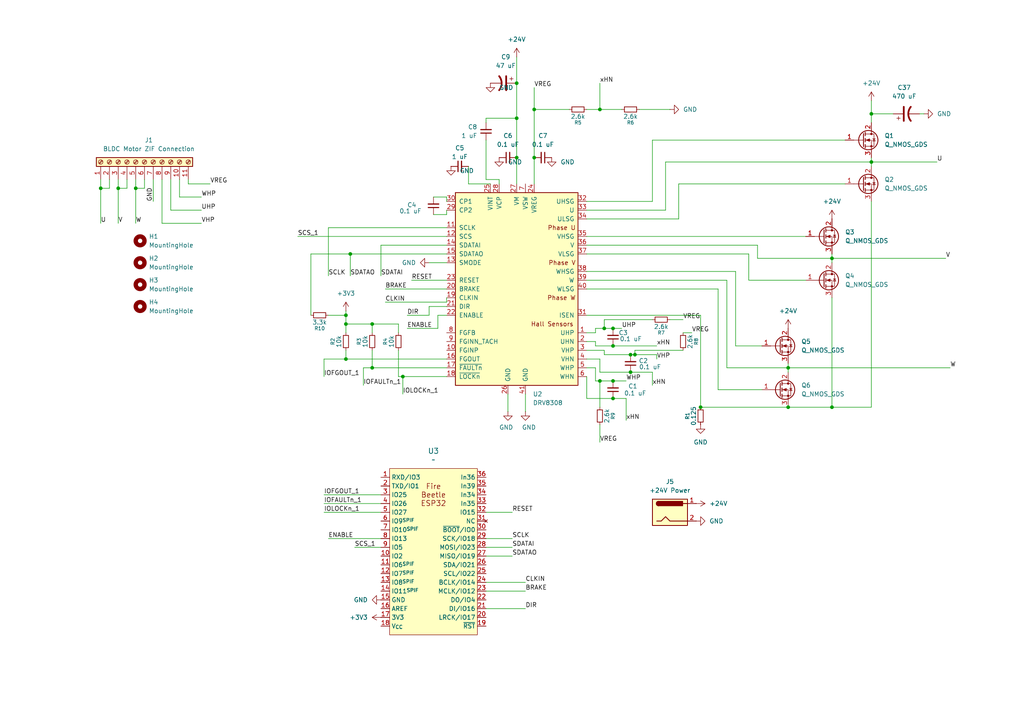
<source format=kicad_sch>
(kicad_sch (version 20250114) (generator "eeschema") (generator_version "9.0")
  (paper "A4")
  (title_block (title "BLDC Motor Control Module") (rev "03"))
  (lib_symbols
    (symbol "Connector:Barrel_Jack" (pin_names (offset 1.016))
      (property "Reference" "J" (at 0 5.334 0))
      (property "Value" "Barrel_Jack" (at 0 -5.08 0))
      (symbol "Barrel_Jack_0_1"
        (rectangle (start -5.08 3.81) (end 5.08 -3.81) (stroke (width 0.254)) (fill (type background)))
        (polyline (pts (xy -3.81 -2.54) (xy -2.54 -2.54) (xy -1.27 -1.27) (xy 0 -2.54) (xy 2.54 -2.54) (xy 5.08 -2.54)) (stroke (width 0.254)))
        (arc (start -3.302 1.905) (mid -3.9343 2.54) (end -3.302 3.175) (stroke (width 0.254)))
        (arc (start -3.302 1.905) (mid -3.9343 2.54) (end -3.302 3.175) (stroke (width 0.254)) (fill (type outline)))
        (rectangle (start 3.683 3.175) (end -3.302 1.905) (stroke (width 0.254)) (fill (type outline)))
        (polyline (pts (xy 5.08 2.54) (xy 3.81 2.54)) (stroke (width 0.254)))
      )
      (symbol "Barrel_Jack_1_1"
        (pin passive line (at 7.62 2.54 180) (length 2.54) (name "~") (number "1"))
        (pin passive line (at 7.62 -2.54 180) (length 2.54) (name "~") (number "2"))
      )
    )
    (symbol "Connector:Screw_Terminal_01x11" (pin_names (offset 1.016) (hide yes))
      (property "Reference" "J" (at 0 15.24 0))
      (property "Value" "Screw_Terminal_01x11" (at 0 -15.24 0))
      (symbol "Screw_Terminal_01x11_1_1"
        (rectangle (start -1.27 13.97) (end 1.27 -13.97) (stroke (width 0.254)) (fill (type background)))
        (polyline (pts (xy -0.5334 13.0302) (xy 0.3302 12.192)) (stroke (width 0.1524)))
        (polyline (pts (xy -0.5334 10.4902) (xy 0.3302 9.652)) (stroke (width 0.1524)))
        (polyline (pts (xy -0.5334 7.9502) (xy 0.3302 7.112)) (stroke (width 0.1524)))
        (polyline (pts (xy -0.5334 5.4102) (xy 0.3302 4.572)) (stroke (width 0.1524)))
        (polyline (pts (xy -0.5334 2.8702) (xy 0.3302 2.032)) (stroke (width 0.1524)))
        (polyline (pts (xy -0.5334 0.3302) (xy 0.3302 -0.508)) (stroke (width 0.1524)))
        (polyline (pts (xy -0.5334 -2.2098) (xy 0.3302 -3.048)) (stroke (width 0.1524)))
        (polyline (pts (xy -0.5334 -4.7498) (xy 0.3302 -5.588)) (stroke (width 0.1524)))
        (polyline (pts (xy -0.5334 -7.2898) (xy 0.3302 -8.128)) (stroke (width 0.1524)))
        (polyline (pts (xy -0.5334 -9.8298) (xy 0.3302 -10.668)) (stroke (width 0.1524)))
        (polyline (pts (xy -0.5334 -12.3698) (xy 0.3302 -13.208)) (stroke (width 0.1524)))
        (polyline (pts (xy -0.3556 13.208) (xy 0.508 12.3698)) (stroke (width 0.1524)))
        (polyline (pts (xy -0.3556 10.668) (xy 0.508 9.8298)) (stroke (width 0.1524)))
        (polyline (pts (xy -0.3556 8.128) (xy 0.508 7.2898)) (stroke (width 0.1524)))
        (polyline (pts (xy -0.3556 5.588) (xy 0.508 4.7498)) (stroke (width 0.1524)))
        (polyline (pts (xy -0.3556 3.048) (xy 0.508 2.2098)) (stroke (width 0.1524)))
        (polyline (pts (xy -0.3556 0.508) (xy 0.508 -0.3302)) (stroke (width 0.1524)))
        (polyline (pts (xy -0.3556 -2.032) (xy 0.508 -2.8702)) (stroke (width 0.1524)))
        (polyline (pts (xy -0.3556 -4.572) (xy 0.508 -5.4102)) (stroke (width 0.1524)))
        (polyline (pts (xy -0.3556 -7.112) (xy 0.508 -7.9502)) (stroke (width 0.1524)))
        (polyline (pts (xy -0.3556 -9.652) (xy 0.508 -10.4902)) (stroke (width 0.1524)))
        (polyline (pts (xy -0.3556 -12.192) (xy 0.508 -13.0302)) (stroke (width 0.1524)))
        (circle (center 0 12.7) (radius 0.635) (stroke (width 0.1524)))
        (circle (center 0 10.16) (radius 0.635) (stroke (width 0.1524)))
        (circle (center 0 7.62) (radius 0.635) (stroke (width 0.1524)))
        (circle (center 0 5.08) (radius 0.635) (stroke (width 0.1524)))
        (circle (center 0 2.54) (radius 0.635) (stroke (width 0.1524)))
        (circle (center 0 0) (radius 0.635) (stroke (width 0.1524)))
        (circle (center 0 -2.54) (radius 0.635) (stroke (width 0.1524)))
        (circle (center 0 -5.08) (radius 0.635) (stroke (width 0.1524)))
        (circle (center 0 -7.62) (radius 0.635) (stroke (width 0.1524)))
        (circle (center 0 -10.16) (radius 0.635) (stroke (width 0.1524)))
        (circle (center 0 -12.7) (radius 0.635) (stroke (width 0.1524)))
        (pin passive line (at -5.08 12.7 0) (length 3.81) (name "Pin_1") (number "1"))
        (pin passive line (at -5.08 10.16 0) (length 3.81) (name "Pin_2") (number "2"))
        (pin passive line (at -5.08 7.62 0) (length 3.81) (name "Pin_3") (number "3"))
        (pin passive line (at -5.08 5.08 0) (length 3.81) (name "Pin_4") (number "4"))
        (pin passive line (at -5.08 2.54 0) (length 3.81) (name "Pin_5") (number "5"))
        (pin passive line (at -5.08 0 0) (length 3.81) (name "Pin_6") (number "6"))
        (pin passive line (at -5.08 -2.54 0) (length 3.81) (name "Pin_7") (number "7"))
        (pin passive line (at -5.08 -5.08 0) (length 3.81) (name "Pin_8") (number "8"))
        (pin passive line (at -5.08 -7.62 0) (length 3.81) (name "Pin_9") (number "9"))
        (pin passive line (at -5.08 -10.16 0) (length 3.81) (name "Pin_10") (number "10"))
        (pin passive line (at -5.08 -12.7 0) (length 3.81) (name "Pin_11") (number "11"))
      )
    )
    (symbol "Device:C_Polarized_US" (pin_numbers (hide yes)) (pin_names (offset 0.254) (hide yes))
      (property "Reference" "C" (at 0.635 2.54 0))
      (property "Value" "C_Polarized_US" (at 0.635 -2.54 0))
      (symbol "C_Polarized_US_0_1"
        (polyline (pts (xy -2.032 0.762) (xy 2.032 0.762)) (stroke (width 0.508)))
        (polyline (pts (xy -1.778 2.286) (xy -0.762 2.286)))
        (polyline (pts (xy -1.27 1.778) (xy -1.27 2.794)))
        (arc (start -2.032 -1.27) (mid 0 -0.5572) (end 2.032 -1.27) (stroke (width 0.508)))
      )
      (symbol "C_Polarized_US_1_1"
        (pin passive line (at 0 3.81 270) (length 2.794) (name "~") (number "1"))
        (pin passive line (at 0 -3.81 90) (length 3.302) (name "~") (number "2"))
      )
    )
    (symbol "Device:C_Small" (pin_numbers (hide yes)) (pin_names (offset 0.254) (hide yes))
      (property "Reference" "C" (at 0.254 1.778 0))
      (property "Value" "C_Small" (at 0.254 -2.032 0))
      (symbol "C_Small_0_1"
        (polyline (pts (xy -1.524 0.508) (xy 1.524 0.508)) (stroke (width 0.3048)))
        (polyline (pts (xy -1.524 -0.508) (xy 1.524 -0.508)) (stroke (width 0.3302)))
      )
      (symbol "C_Small_1_1"
        (pin passive line (at 0 2.54 270) (length 2.032) (name "~") (number "1"))
        (pin passive line (at 0 -2.54 90) (length 2.032) (name "~") (number "2"))
      )
    )
    (symbol "Device:R_Small" (pin_numbers (hide yes)) (pin_names (offset 0.254) (hide yes))
      (property "Reference" "R" (at 0 0 90))
      (property "Value" "R_Small" (at 1.778 0 90))
      (symbol "R_Small_0_1"
        (rectangle (start -0.762 1.778) (end 0.762 -1.778) (stroke (width 0.2032)))
      )
      (symbol "R_Small_1_1"
        (pin passive line (at 0 2.54 270) (length 0.762) (name "~") (number "1"))
        (pin passive line (at 0 -2.54 90) (length 0.762) (name "~") (number "2"))
      )
    )
    (symbol "Driver_Motor:DRV8308" (pin_names (offset 1.016))
      (property "Reference" "U" (at -17.78 36.83 0))
      (property "Value" "DRV8308" (at -17.78 -21.59 0))
      (symbol "DRV8308_0_0"
        (text "Hall Sensors" (at 16.51 -2.54 0) (effects (font (size 1.27 1.27)) (justify right)))
        (text "Phase U" (at 17.145 25.4 0) (effects (font (size 1.27 1.27)) (justify right)))
        (text "Phase V" (at 17.145 15.24 0) (effects (font (size 1.27 1.27)) (justify right)))
        (text "Phase W" (at 17.145 5.08 0) (effects (font (size 1.27 1.27)) (justify right)))
      )
      (symbol "DRV8308_0_1"
        (rectangle (start -17.78 35.56) (end 17.78 -20.32) (stroke (width 0.254)) (fill (type background)))
      )
      (symbol "DRV8308_1_1"
        (pin passive line (at -20.32 33.02 0) (length 2.54) (name "CP1") (number "30"))
        (pin passive line (at -20.32 30.48 0) (length 2.54) (name "CP2") (number "29"))
        (pin input line (at -20.32 25.4 0) (length 2.54) (name "SCLK") (number "11"))
        (pin input line (at -20.32 22.86 0) (length 2.54) (name "SCS") (number "12"))
        (pin input line (at -20.32 20.32 0) (length 2.54) (name "SDATAI") (number "14"))
        (pin output line (at -20.32 17.78 0) (length 2.54) (name "SDATAO") (number "15"))
        (pin input line (at -20.32 15.24 0) (length 2.54) (name "SMODE") (number "13"))
        (pin input line (at -20.32 10.16 0) (length 2.54) (name "RESET") (number "23"))
        (pin input line (at -20.32 7.62 0) (length 2.54) (name "BRAKE") (number "20"))
        (pin input line (at -20.32 5.08 0) (length 2.54) (name "CLKIN") (number "19"))
        (pin input line (at -20.32 2.54 0) (length 2.54) (name "DIR") (number "21"))
        (pin input line (at -20.32 0 0) (length 2.54) (name "ENABLE") (number "22"))
        (pin output line (at -20.32 -5.08 0) (length 2.54) (name "FGFB") (number "8"))
        (pin input line (at -20.32 -7.62 0) (length 2.54) (name "FGINN_TACH") (number "9"))
        (pin bidirectional line (at -20.32 -10.16 0) (length 2.54) (name "FGINP") (number "10"))
        (pin output line (at -20.32 -12.7 0) (length 2.54) (name "FGOUT") (number "16"))
        (pin output line (at -20.32 -15.24 0) (length 2.54) (name "~{FAULTn}") (number "17"))
        (pin output line (at -20.32 -17.78 0) (length 2.54) (name "~{LOCKn}") (number "18"))
        (pin passive line (at -7.62 38.1 270) (length 2.54) (name "VINT") (number "25"))
        (pin passive line (at -5.08 38.1 270) (length 2.54) (name "VCP") (number "28"))
        (pin power_in line (at -2.54 -22.86 90) (length 2.54) (name "GND") (number "26"))
        (pin power_in line (at 0 38.1 270) (length 2.54) (name "VM") (number "27"))
        (pin power_out line (at 2.54 38.1 270) (length 2.54) (name "VSW") (number "7"))
        (pin power_in line (at 2.54 -22.86 90) (length 2.54) (name "GND") (number "41"))
        (pin power_out line (at 5.08 38.1 270) (length 2.54) (name "VREG") (number "24"))
        (pin output line (at 20.32 33.02 180) (length 2.54) (name "UHSG") (number "32"))
        (pin input line (at 20.32 30.48 180) (length 2.54) (name "U") (number "33"))
        (pin output line (at 20.32 27.94 180) (length 2.54) (name "ULSG") (number "34"))
        (pin output line (at 20.32 22.86 180) (length 2.54) (name "VHSG") (number "35"))
        (pin input line (at 20.32 20.32 180) (length 2.54) (name "V") (number "36"))
        (pin output line (at 20.32 17.78 180) (length 2.54) (name "VLSG") (number "37"))
        (pin output line (at 20.32 12.7 180) (length 2.54) (name "WHSG") (number "38"))
        (pin input line (at 20.32 10.16 180) (length 2.54) (name "W") (number "39"))
        (pin output line (at 20.32 7.62 180) (length 2.54) (name "WLSG") (number "40"))
        (pin input line (at 20.32 0 180) (length 2.54) (name "ISEN") (number "31"))
        (pin input line (at 20.32 -5.08 180) (length 2.54) (name "UHP") (number "1"))
        (pin input line (at 20.32 -7.62 180) (length 2.54) (name "UHN") (number "2"))
        (pin input line (at 20.32 -10.16 180) (length 2.54) (name "VHP") (number "3"))
        (pin input line (at 20.32 -12.7 180) (length 2.54) (name "VHN") (number "4"))
        (pin input line (at 20.32 -15.24 180) (length 2.54) (name "WHP") (number "5"))
        (pin input line (at 20.32 -17.78 180) (length 2.54) (name "WHN") (number "6"))
      )
    )
    (symbol "ME507:FireBeetle-ESP32"
      (property "Reference" "U" (at -2.2226 9.1862 0))
      (symbol "FireBeetle-ESP32_1_1"
        (polyline (pts (xy -12.7 22.86) (xy 12.7 22.86) (xy 12.7 -25.4) (xy -12.7 -25.4) (xy -12.7 22.86)) (fill (type background)))
        (text "Fire\nBeetle\nESP32" (at 0 15.24 0) (effects (font (size 1.524 1.524))))
        (pin bidirectional line (at -15.24 20.32 0) (length 2.54) (name "RXD/IO3") (number "1"))
        (pin bidirectional line (at -15.24 17.78 0) (length 2.54) (name "TXD/IO1") (number "2"))
        (pin bidirectional line (at -15.24 15.24 0) (length 2.54) (name "IO25") (number "3"))
        (pin bidirectional line (at -15.24 12.7 0) (length 2.54) (name "IO26") (number "4"))
        (pin bidirectional line (at -15.24 10.16 0) (length 2.54) (name "IO27") (number "5"))
        (pin unspecified line (at -15.24 7.62 0) (length 2.54) (name "IO9^{SPIF}") (number "6"))
        (pin unspecified line (at -15.24 5.08 0) (length 2.54) (name "IO10^{SPIF}") (number "7"))
        (pin bidirectional line (at -15.24 2.54 0) (length 2.54) (name "IO13") (number "8"))
        (pin bidirectional line (at -15.24 0 0) (length 2.54) (name "IO5") (number "9"))
        (pin bidirectional line (at -15.24 -2.54 0) (length 2.54) (name "IO2") (number "10"))
        (pin unspecified line (at -15.24 -5.08 0) (length 2.54) (name "IO6^{SPIF}") (number "11"))
        (pin unspecified line (at -15.24 -7.62 0) (length 2.54) (name "IO7^{SPIF}") (number "12"))
        (pin unspecified line (at -15.24 -10.16 0) (length 2.54) (name "IO8^{SPIF}") (number "13"))
        (pin unspecified line (at -15.24 -12.7 0) (length 2.54) (name "IO11^{SPIF}") (number "14"))
        (pin power_in line (at -15.24 -15.24 0) (length 2.54) (name "GND") (number "15"))
        (pin input line (at -15.24 -17.78 0) (length 2.54) (name "AREF") (number "16"))
        (pin power_out line (at -15.24 -20.32 0) (length 2.54) (name "3V3") (number "17"))
        (pin unspecified line (at -15.24 -22.86 0) (length 2.54) (name "V_{CC}") (number "18"))
        (pin input line (at 15.24 20.32 180) (length 2.54) (name "In36") (number "36"))
        (pin input line (at 15.24 17.78 180) (length 2.54) (name "In39") (number "35"))
        (pin input line (at 15.24 15.24 180) (length 2.54) (name "In34") (number "34"))
        (pin input line (at 15.24 12.7 180) (length 2.54) (name "In35") (number "33"))
        (pin bidirectional line (at 15.24 10.16 180) (length 2.54) (name "IO15") (number "32"))
        (pin no_connect line (at 15.24 7.62 180) (length 2.54) (name "NC") (number "31"))
        (pin bidirectional line (at 15.24 5.08 180) (length 2.54) (name "~{BOOT}/IO0") (number "30"))
        (pin bidirectional line (at 15.24 2.54 180) (length 2.54) (name "SCK/IO18") (number "29"))
        (pin bidirectional line (at 15.24 0 180) (length 2.54) (name "MOSI/IO23") (number "28"))
        (pin bidirectional line (at 15.24 -2.54 180) (length 2.54) (name "MISO/IO19") (number "27"))
        (pin bidirectional line (at 15.24 -5.08 180) (length 2.54) (name "SDA/IO21") (number "26"))
        (pin bidirectional line (at 15.24 -7.62 180) (length 2.54) (name "SCL/IO22") (number "25"))
        (pin bidirectional line (at 15.24 -10.16 180) (length 2.54) (name "BCLK/IO14") (number "24"))
        (pin bidirectional line (at 15.24 -12.7 180) (length 2.54) (name "MCLK/IO12") (number "23"))
        (pin bidirectional line (at 15.24 -15.24 180) (length 2.54) (name "DO/IO4") (number "22"))
        (pin bidirectional line (at 15.24 -17.78 180) (length 2.54) (name "DI/IO16") (number "21"))
        (pin bidirectional line (at 15.24 -20.32 180) (length 2.54) (name "LRCK/IO17") (number "20"))
        (pin bidirectional line (at 15.24 -22.86 180) (length 2.54) (name "~{RST}") (number "19"))
      )
    )
    (symbol "Mechanical:MountingHole" (pin_names (offset 1.016)) (in_bom no)
      (property "Reference" "H" (at 0 5.08 0))
      (property "Value" "MountingHole" (at 0 3.175 0))
      (symbol "MountingHole_0_1"
        (circle (center 0 0) (radius 1.27) (stroke (width 1.27)))
      )
    )
    (symbol "Transistor_FET:Q_NMOS_GDS" (pin_names (offset 0) (hide yes))
      (property "Reference" "Q" (at 5.08 1.905 0))
      (property "Value" "Q_NMOS_GDS" (at 5.08 0 0))
      (symbol "Q_NMOS_GDS_0_1"
        (polyline (pts (xy 0.254 1.905) (xy 0.254 -1.905)) (stroke (width 0.254)))
        (polyline (pts (xy 0.254 0) (xy -2.54 0)))
        (polyline (pts (xy 0.762 2.286) (xy 0.762 1.27)) (stroke (width 0.254)))
        (polyline (pts (xy 0.762 0.508) (xy 0.762 -0.508)) (stroke (width 0.254)))
        (polyline (pts (xy 0.762 -1.27) (xy 0.762 -2.286)) (stroke (width 0.254)))
        (polyline (pts (xy 0.762 -1.778) (xy 3.302 -1.778) (xy 3.302 1.778) (xy 0.762 1.778)))
        (polyline (pts (xy 1.016 0) (xy 2.032 0.381) (xy 2.032 -0.381) (xy 1.016 0)) (fill (type outline)))
        (circle (center 1.651 0) (radius 2.794) (stroke (width 0.254)))
        (polyline (pts (xy 2.54 2.54) (xy 2.54 1.778)))
        (circle (center 2.54 1.778) (radius 0.254) (fill (type outline)))
        (circle (center 2.54 -1.778) (radius 0.254) (fill (type outline)))
        (polyline (pts (xy 2.54 -2.54) (xy 2.54 0) (xy 0.762 0)))
        (polyline (pts (xy 2.921 0.381) (xy 3.683 0.381)))
        (polyline (pts (xy 3.302 0.381) (xy 2.921 -0.254) (xy 3.683 -0.254) (xy 3.302 0.381)))
      )
      (symbol "Q_NMOS_GDS_1_1"
        (pin input line (at -5.08 0 0) (length 2.54) (name "G") (number "1"))
        (pin passive line (at 2.54 5.08 270) (length 2.54) (name "D") (number "2"))
        (pin passive line (at 2.54 -5.08 90) (length 2.54) (name "S") (number "3"))
      )
    )
    (symbol "power:+24V" (power) (pin_numbers (hide yes)) (pin_names (offset 0) (hide yes))
      (property "Value" "+24V" (at 0 3.556 0))
      (symbol "+24V_0_1"
        (polyline (pts (xy -0.762 1.27) (xy 0 2.54)))
        (polyline (pts (xy 0 2.54) (xy 0.762 1.27)))
        (polyline (pts (xy 0 0) (xy 0 2.54)))
      )
      (symbol "+24V_1_1"
        (pin power_in line (at 0 0 90) (length 0) (name "~") (number "1"))
      )
    )
    (symbol "power:+5V" (power) (pin_numbers (hide yes)) (pin_names (offset 0) (hide yes))
      (property "Value" "+5V" (at 0 3.556 0))
      (symbol "+5V_0_1"
        (polyline (pts (xy -0.762 1.27) (xy 0 2.54)))
        (polyline (pts (xy 0 2.54) (xy 0.762 1.27)))
        (polyline (pts (xy 0 0) (xy 0 2.54)))
      )
      (symbol "+5V_1_1"
        (pin power_in line (at 0 0 90) (length 0) (name "~") (number "1"))
      )
    )
    (symbol "power:GND" (power) (pin_numbers (hide yes)) (pin_names (offset 0) (hide yes))
      (property "Value" "GND" (at 0 -3.81 0))
      (symbol "GND_0_1"
        (polyline (pts (xy 0 0) (xy 0 -1.27) (xy 1.27 -1.27) (xy 0 -2.54) (xy -1.27 -1.27) (xy 0 -1.27)))
      )
      (symbol "GND_1_1"
        (pin power_in line (at 0 0 270) (length 0) (name "~") (number "1"))
      )
    )
    (symbol "power:GND1" (power) (pin_numbers (hide yes)) (pin_names (offset 0) (hide yes))
      (property "Value" "GND1" (at 0 -3.81 0))
      (symbol "GND1_0_1"
        (polyline (pts (xy 0 0) (xy 0 -1.27) (xy 1.27 -1.27) (xy 0 -2.54) (xy -1.27 -1.27) (xy 0 -1.27)))
      )
      (symbol "GND1_1_1"
        (pin power_in line (at 0 0 270) (length 0) (name "~") (number "1"))
      )
    )
  )
  (junction (at 34.29 54.61))
  (junction (at 149.86 34.29))
  (junction (at 100.33 93.98))
  (junction (at 154.94 45.72))
  (junction (at 241.3 118.11))
  (junction (at 101.6 73.66))
  (junction (at 177.8 110.49))
  (junction (at 228.6 106.68))
  (junction (at 107.95 106.68))
  (junction (at 184.15 102.87))
  (junction (at 175.26 95.25))
  (junction (at 182.88 102.87))
  (junction (at 182.88 107.95))
  (junction (at 252.73 46.99))
  (junction (at 100.33 91.44))
  (junction (at 100.33 104.14))
  (junction (at 173.99 31.75))
  (junction (at 154.94 31.75))
  (junction (at 203.2 118.11))
  (junction (at 29.21 54.61))
  (junction (at 177.8 115.57))
  (junction (at 228.6 118.11))
  (junction (at 177.8 100.33))
  (junction (at 173.99 110.49))
  (junction (at 149.86 24.13))
  (junction (at 39.37 54.61))
  (junction (at 116.84 109.22))
  (junction (at 252.73 33.02))
  (junction (at 241.3 74.93))
  (junction (at 149.86 45.72))
  (junction (at 177.8 95.25))
  (junction (at 107.95 93.98))
  (wire (pts (xy 100.33 93.98) (xy 100.33 96.52)))
  (wire (pts (xy 267.97 33.02) (xy 266.7 33.02)))
  (wire (pts (xy 140.97 158.75) (xy 148.59 158.75)))
  (wire (pts (xy 182.88 102.87) (xy 184.15 102.87)))
  (wire (pts (xy 140.97 168.91) (xy 152.4 168.91)))
  (wire (pts (xy 100.33 104.14) (xy 129.54 104.14)))
  (wire (pts (xy 129.54 71.12) (xy 110.49 71.12)))
  (wire (pts (xy 95.25 91.44) (xy 100.33 91.44)))
  (wire (pts (xy 93.98 146.05) (xy 110.49 146.05)))
  (wire (pts (xy 102.87 158.75) (xy 110.49 158.75)))
  (wire (pts (xy 29.21 54.61) (xy 29.21 64.77)))
  (wire (pts (xy 198.12 101.6) (xy 184.15 101.6)))
  (wire (pts (xy 170.18 63.5) (xy 196.85 63.5)))
  (wire (pts (xy 149.86 45.72) (xy 149.86 53.34)))
  (wire (pts (xy 184.15 101.6) (xy 184.15 102.87)))
  (wire (pts (xy 217.17 81.28) (xy 233.68 81.28)))
  (wire (pts (xy 241.3 73.66) (xy 241.3 74.93)))
  (wire (pts (xy 252.73 45.72) (xy 252.73 46.99)))
  (wire (pts (xy 54.61 53.34) (xy 60.96 53.34)))
  (wire (pts (xy 170.18 31.75) (xy 173.99 31.75)))
  (wire (pts (xy 129.54 91.44) (xy 127 91.44)))
  (wire (pts (xy 93.98 104.14) (xy 100.33 104.14)))
  (wire (pts (xy 173.99 104.14) (xy 173.99 107.95)))
  (wire (pts (xy 149.86 34.29) (xy 149.86 45.72)))
  (wire (pts (xy 44.45 52.07) (xy 44.45 58.42)))
  (wire (pts (xy 203.2 118.11) (xy 228.6 118.11)))
  (wire (pts (xy 93.98 148.59) (xy 110.49 148.59)))
  (wire (pts (xy 93.98 143.51) (xy 110.49 143.51)))
  (wire (pts (xy 175.26 102.87) (xy 182.88 102.87)))
  (wire (pts (xy 111.76 87.63) (xy 129.54 87.63)))
  (wire (pts (xy 154.94 31.75) (xy 165.1 31.75)))
  (wire (pts (xy 49.53 60.96) (xy 58.42 60.96)))
  (wire (pts (xy 107.95 93.98) (xy 115.57 93.98)))
  (wire (pts (xy 49.53 52.07) (xy 49.53 60.96)))
  (wire (pts (xy 170.18 96.52) (xy 172.72 96.52)))
  (wire (pts (xy 228.6 105.41) (xy 228.6 106.68)))
  (wire (pts (xy 175.26 95.25) (xy 177.8 95.25)))
  (wire (pts (xy 152.4 114.3) (xy 152.4 119.38)))
  (wire (pts (xy 95.25 66.04) (xy 95.25 80.01)))
  (wire (pts (xy 52.07 52.07) (xy 52.07 57.15)))
  (wire (pts (xy 210.82 106.68) (xy 228.6 106.68)))
  (wire (pts (xy 154.94 25.4) (xy 154.94 31.75)))
  (wire (pts (xy 140.97 148.59) (xy 148.59 148.59)))
  (wire (pts (xy 228.6 106.68) (xy 275.59 106.68)))
  (wire (pts (xy 173.99 107.95) (xy 182.88 107.95)))
  (wire (pts (xy 184.15 102.87) (xy 190.5 102.87)))
  (wire (pts (xy 208.28 113.03) (xy 220.98 113.03)))
  (wire (pts (xy 170.18 81.28) (xy 210.82 81.28)))
  (wire (pts (xy 219.71 71.12) (xy 219.71 74.93)))
  (wire (pts (xy 144.78 53.34) (xy 144.78 52.07)))
  (wire (pts (xy 100.33 91.44) (xy 100.33 93.98)))
  (wire (pts (xy 172.72 99.06) (xy 172.72 100.33)))
  (wire (pts (xy 118.11 95.25) (xy 127 95.25)))
  (wire (pts (xy 173.99 110.49) (xy 173.99 118.11)))
  (wire (pts (xy 175.26 92.71) (xy 175.26 95.25)))
  (wire (pts (xy 252.73 33.02) (xy 252.73 35.56)))
  (wire (pts (xy 173.99 123.19) (xy 173.99 128.27)))
  (wire (pts (xy 170.18 58.42) (xy 189.23 58.42)))
  (wire (pts (xy 170.18 78.74) (xy 213.36 78.74)))
  (wire (pts (xy 189.23 92.71) (xy 175.26 92.71)))
  (wire (pts (xy 105.41 111.76) (xy 105.41 106.68)))
  (wire (pts (xy 34.29 54.61) (xy 34.29 64.77)))
  (wire (pts (xy 182.88 107.95) (xy 189.23 107.95)))
  (wire (pts (xy 170.18 73.66) (xy 217.17 73.66)))
  (wire (pts (xy 36.83 52.07) (xy 36.83 54.61)))
  (wire (pts (xy 252.73 58.42) (xy 252.73 118.11)))
  (wire (pts (xy 129.54 60.96) (xy 129.54 62.23)))
  (wire (pts (xy 140.97 34.29) (xy 149.86 34.29)))
  (wire (pts (xy 95.25 156.21) (xy 110.49 156.21)))
  (wire (pts (xy 140.97 156.21) (xy 148.59 156.21)))
  (wire (pts (xy 116.84 109.22) (xy 129.54 109.22)))
  (wire (pts (xy 170.18 60.96) (xy 193.04 60.96)))
  (wire (pts (xy 124.46 76.2) (xy 129.54 76.2)))
  (wire (pts (xy 170.18 106.68) (xy 172.72 106.68)))
  (wire (pts (xy 154.94 53.34) (xy 154.94 45.72)))
  (wire (pts (xy 189.23 40.64) (xy 245.11 40.64)))
  (wire (pts (xy 41.91 52.07) (xy 41.91 54.61)))
  (wire (pts (xy 105.41 106.68) (xy 107.95 106.68)))
  (wire (pts (xy 118.11 91.44) (xy 124.46 91.44)))
  (wire (pts (xy 135.89 48.26) (xy 135.89 53.34)))
  (wire (pts (xy 100.33 101.6) (xy 100.33 104.14)))
  (wire (pts (xy 181.61 121.92) (xy 181.61 115.57)))
  (wire (pts (xy 189.23 107.95) (xy 189.23 111.76)))
  (wire (pts (xy 125.73 57.15) (xy 129.54 57.15)))
  (wire (pts (xy 177.8 110.49) (xy 181.61 110.49)))
  (wire (pts (xy 173.99 31.75) (xy 180.34 31.75)))
  (wire (pts (xy 142.24 53.34) (xy 135.89 53.34)))
  (wire (pts (xy 172.72 110.49) (xy 173.99 110.49)))
  (wire (pts (xy 252.73 118.11) (xy 241.3 118.11)))
  (wire (pts (xy 196.85 63.5) (xy 196.85 53.34)))
  (wire (pts (xy 149.86 16.51) (xy 149.86 24.13)))
  (wire (pts (xy 140.97 34.29) (xy 140.97 35.56)))
  (wire (pts (xy 190.5 100.33) (xy 177.8 100.33)))
  (wire (pts (xy 241.3 118.11) (xy 228.6 118.11)))
  (wire (pts (xy 107.95 96.52) (xy 107.95 93.98)))
  (wire (pts (xy 170.18 115.57) (xy 177.8 115.57)))
  (wire (pts (xy 252.73 29.21) (xy 252.73 33.02)))
  (wire (pts (xy 173.99 24.13) (xy 173.99 31.75)))
  (wire (pts (xy 34.29 52.07) (xy 34.29 54.61)))
  (wire (pts (xy 175.26 101.6) (xy 175.26 102.87)))
  (wire (pts (xy 172.72 106.68) (xy 172.72 110.49)))
  (wire (pts (xy 115.57 101.6) (xy 115.57 109.22)))
  (wire (pts (xy 140.97 176.53) (xy 152.4 176.53)))
  (wire (pts (xy 252.73 46.99) (xy 271.78 46.99)))
  (wire (pts (xy 86.36 68.58) (xy 129.54 68.58)))
  (wire (pts (xy 170.18 101.6) (xy 175.26 101.6)))
  (wire (pts (xy 125.73 62.23) (xy 129.54 62.23)))
  (wire (pts (xy 173.99 110.49) (xy 177.8 110.49)))
  (wire (pts (xy 241.3 74.93) (xy 241.3 76.2)))
  (wire (pts (xy 149.86 24.13) (xy 149.86 34.29)))
  (wire (pts (xy 101.6 73.66) (xy 101.6 80.01)))
  (wire (pts (xy 170.18 99.06) (xy 172.72 99.06)))
  (wire (pts (xy 110.49 71.12) (xy 110.49 80.01)))
  (wire (pts (xy 41.91 54.61) (xy 39.37 54.61)))
  (wire (pts (xy 154.94 31.75) (xy 154.94 45.72)))
  (wire (pts (xy 193.04 60.96) (xy 193.04 46.99)))
  (wire (pts (xy 115.57 96.52) (xy 115.57 93.98)))
  (wire (pts (xy 39.37 52.07) (xy 39.37 54.61)))
  (wire (pts (xy 170.18 71.12) (xy 219.71 71.12)))
  (wire (pts (xy 29.21 52.07) (xy 29.21 54.61)))
  (wire (pts (xy 203.2 91.44) (xy 203.2 118.11)))
  (wire (pts (xy 170.18 91.44) (xy 203.2 91.44)))
  (wire (pts (xy 107.95 106.68) (xy 129.54 106.68)))
  (wire (pts (xy 170.18 68.58) (xy 233.68 68.58)))
  (wire (pts (xy 140.97 40.64) (xy 140.97 52.07)))
  (wire (pts (xy 111.76 83.82) (xy 129.54 83.82)))
  (wire (pts (xy 31.75 52.07) (xy 31.75 54.61)))
  (wire (pts (xy 241.3 86.36) (xy 241.3 118.11)))
  (wire (pts (xy 100.33 90.17) (xy 100.33 91.44)))
  (wire (pts (xy 31.75 54.61) (xy 29.21 54.61)))
  (wire (pts (xy 129.54 73.66) (xy 101.6 73.66)))
  (wire (pts (xy 181.61 115.57) (xy 177.8 115.57)))
  (wire (pts (xy 46.99 52.07) (xy 46.99 64.77)))
  (wire (pts (xy 115.57 109.22) (xy 116.84 109.22)))
  (wire (pts (xy 144.78 52.07) (xy 140.97 52.07)))
  (wire (pts (xy 90.17 73.66) (xy 101.6 73.66)))
  (wire (pts (xy 228.6 106.68) (xy 228.6 107.95)))
  (wire (pts (xy 36.83 54.61) (xy 34.29 54.61)))
  (wire (pts (xy 124.46 88.9) (xy 124.46 91.44)))
  (wire (pts (xy 46.99 64.77) (xy 58.42 64.77)))
  (wire (pts (xy 140.97 161.29) (xy 148.59 161.29)))
  (wire (pts (xy 100.33 93.98) (xy 107.95 93.98)))
  (wire (pts (xy 119.38 81.28) (xy 129.54 81.28)))
  (wire (pts (xy 241.3 74.93) (xy 274.32 74.93)))
  (wire (pts (xy 170.18 104.14) (xy 173.99 104.14)))
  (wire (pts (xy 189.23 58.42) (xy 189.23 40.64)))
  (wire (pts (xy 107.95 101.6) (xy 107.95 106.68)))
  (wire (pts (xy 190.5 102.87) (xy 190.5 104.14)))
  (wire (pts (xy 54.61 52.07) (xy 54.61 53.34)))
  (wire (pts (xy 213.36 100.33) (xy 220.98 100.33)))
  (wire (pts (xy 90.17 91.44) (xy 90.17 73.66)))
  (wire (pts (xy 210.82 81.28) (xy 210.82 106.68)))
  (wire (pts (xy 172.72 95.25) (xy 175.26 95.25)))
  (wire (pts (xy 185.42 31.75) (xy 194.31 31.75)))
  (wire (pts (xy 198.12 96.52) (xy 200.66 96.52)))
  (wire (pts (xy 129.54 57.15) (xy 129.54 58.42)))
  (wire (pts (xy 170.18 83.82) (xy 208.28 83.82)))
  (wire (pts (xy 116.84 109.22) (xy 116.84 114.3)))
  (wire (pts (xy 129.54 88.9) (xy 124.46 88.9)))
  (wire (pts (xy 217.17 73.66) (xy 217.17 81.28)))
  (wire (pts (xy 177.8 95.25) (xy 180.34 95.25)))
  (wire (pts (xy 193.04 46.99) (xy 252.73 46.99)))
  (wire (pts (xy 127 91.44) (xy 127 95.25)))
  (wire (pts (xy 129.54 66.04) (xy 95.25 66.04)))
  (wire (pts (xy 147.32 114.3) (xy 147.32 119.38)))
  (wire (pts (xy 208.28 83.82) (xy 208.28 113.03)))
  (wire (pts (xy 213.36 78.74) (xy 213.36 100.33)))
  (wire (pts (xy 172.72 96.52) (xy 172.72 95.25)))
  (wire (pts (xy 252.73 46.99) (xy 252.73 48.26)))
  (wire (pts (xy 93.98 104.14) (xy 93.98 109.22)))
  (wire (pts (xy 196.85 53.34) (xy 245.11 53.34)))
  (wire (pts (xy 172.72 100.33) (xy 177.8 100.33)))
  (wire (pts (xy 140.97 171.45) (xy 152.4 171.45)))
  (wire (pts (xy 252.73 33.02) (xy 259.08 33.02)))
  (wire (pts (xy 219.71 74.93) (xy 241.3 74.93)))
  (wire (pts (xy 39.37 54.61) (xy 39.37 64.77)))
  (wire (pts (xy 52.07 57.15) (xy 58.42 57.15)))
  (wire (pts (xy 194.31 92.71) (xy 198.12 92.71)))
  (wire (pts (xy 170.18 109.22) (xy 170.18 115.57)))
  (wire (pts (xy 129.54 87.63) (xy 129.54 86.36)))
  (label "IOFGOUT_1" (at 93.98 109.22 0))
  (label "IOFAULTn_1" (at 93.98 146.05 0))
  (label "SDATAI" (at 148.59 158.75 0))
  (label "SCS_1" (at 86.36 68.58 0))
  (label "W" (at 275.59 106.68 0))
  (label "IOLOCKn_1" (at 116.84 114.3 0))
  (label "ENABLE" (at 118.11 95.25 0))
  (label "V" (at 34.29 64.77 0))
  (label "DIR" (at 152.4 176.53 0))
  (label "VHP" (at 190.5 104.14 0))
  (label "U" (at 29.21 64.77 0))
  (label "VREG" (at 173.99 128.27 0))
  (label "xHN" (at 190.5 100.33 0))
  (label "SCLK" (at 148.59 156.21 0))
  (label "xHN" (at 173.99 24.13 0))
  (label "GND" (at 44.45 58.42 90))
  (label "VREG" (at 200.66 96.52 0))
  (label "VREG" (at 154.94 25.4 0))
  (label "VHP" (at 58.42 64.77 0))
  (label "UHP" (at 180.34 95.25 0))
  (label "ENABLE" (at 95.25 156.21 0))
  (label "xHN" (at 189.23 111.76 0))
  (label "IOFGOUT_1" (at 93.98 143.51 0))
  (label "SDATAO" (at 101.6 80.01 0))
  (label "BRAKE" (at 152.4 171.45 0))
  (label "VREG" (at 60.96 53.34 0))
  (label "CLKIN" (at 152.4 168.91 0))
  (label "CLKIN" (at 111.76 87.63 0))
  (label "W" (at 39.37 64.77 0))
  (label "RESET" (at 119.38 81.28 0))
  (label "SDATAI" (at 110.49 80.01 0))
  (label "SDATAO" (at 148.59 161.29 0))
  (label "WHP" (at 58.42 57.15 0))
  (label "SCLK" (at 95.25 80.01 0))
  (label "U" (at 271.78 46.99 0))
  (label "DIR" (at 118.11 91.44 0))
  (label "xHN" (at 181.61 121.92 0))
  (label "IOLOCKn_1" (at 93.98 148.59 0))
  (label "VREG" (at 198.12 92.71 0))
  (label "UHP" (at 58.42 60.96 0))
  (label "IOFAULTn_1" (at 105.41 111.76 0))
  (label "WHP" (at 181.61 110.49 0))
  (label "V" (at 274.32 74.93 0))
  (label "SCS_1" (at 102.87 158.75 0))
  (label "RESET" (at 148.59 148.59 0))
  (label "BRAKE" (at 111.76 83.82 0))
  (symbol (lib_id "power:GND1") (at 267.97 33.02 90) (unit 1)
    (property "Reference" "#PWR063" (effects (hide yes)))
    (property "Value" "GND" (at 271.78 33.0199 90) (effects (justify right)))
    (property "Description" "Power symbol creates a global label with name \"GND1\" , ground" (effects (hide yes)))
  )
  (symbol (lib_id "Device:C_Small") (at 182.88 105.41 0) (mirror x) (unit 1)
    (property "Reference" "C2" (at 187.96 104.648 0) (effects (justify right)))
    (property "Value" "0.1 uF" (at 191.77 106.426 0) (effects (justify right)))
    (property "Footprint" "Capacitor_SMD:C_0805_2012Metric" (effects (hide yes)))
    (property "Description" "Unpolarized capacitor, small symbol" (effects (hide yes)))
  )
  (symbol (lib_id "Transistor_FET:Q_NMOS_GDS") (at 238.76 81.28 0) (unit 1)
    (property "Reference" "Q4" (at 245.11 80.0099 0) (effects (justify left)))
    (property "Value" "Q_NMOS_GDS" (at 245.11 82.5499 0) (effects (justify left)))
    (property "Footprint" "Package_TO_SOT_SMD:TO-252-3_TabPin2" (effects (hide yes)))
    (property "Description" "N-MOSFET transistor, gate/drain/source" (effects (hide yes)))
  )
  (symbol (lib_id "power:GND1") (at 152.4 119.38 0) (unit 1)
    (property "Reference" "#PWR053" (effects (hide yes)))
    (property "Value" "GND" (at 153.416 123.952 0))
    (property "Description" "Power symbol creates a global label with name \"GND1\" , ground" (effects (hide yes)))
  )
  (symbol (lib_id "Device:R_Small") (at 198.12 99.06 0) (unit 1)
    (property "Reference" "R8" (at 201.93 99.06 90) (effects (font (size 1.016 1.016))))
    (property "Value" "2.6k" (at 200.152 99.06 90))
    (property "Footprint" "Resistor_SMD:R_0805_2012Metric" (effects (hide yes)))
    (property "Description" "Resistor, small symbol" (effects (hide yes)))
  )
  (symbol (lib_id "Device:C_Small") (at 125.73 59.69 180) (unit 1)
    (property "Reference" "C4" (at 118.11 59.436 0) (effects (justify right)))
    (property "Value" "0.1 uF" (at 115.824 61.214 0) (effects (justify right)))
    (property "Footprint" "Capacitor_SMD:C_0805_2012Metric" (effects (hide yes)))
    (property "Description" "Unpolarized capacitor, small symbol" (effects (hide yes)))
  )
  (symbol (lib_id "Connector:Barrel_Jack") (at 194.31 148.59 0) (unit 1)
    (property "Reference" "J5" (at 194.31 139.7 0))
    (property "Value" "+24V Power" (at 194.31 142.24 0))
    (property "Footprint" "Connector_BarrelJack:BarrelJack_Wuerth_694108106102_2.5x5.5mm" (effects (hide yes)))
    (property "Description" "DC Barrel Jack" (effects (hide yes)))
  )
  (symbol (lib_id "Device:R_Small") (at 191.77 92.71 270) (unit 1)
    (property "Reference" "R7" (at 191.77 96.52 90) (effects (font (size 1.016 1.016))))
    (property "Value" "2.6k" (at 191.77 94.742 90))
    (property "Footprint" "Resistor_SMD:R_0805_2012Metric" (effects (hide yes)))
    (property "Description" "Resistor, small symbol" (effects (hide yes)))
  )
  (symbol (lib_id "power:GND1") (at 110.49 173.99 270) (unit 1)
    (property "Reference" "#PWR08" (effects (hide yes)))
    (property "Value" "GND" (at 106.68 173.9899 90) (effects (justify right)))
    (property "Description" "Power symbol creates a global label with name \"GND1\" , ground" (effects (hide yes)))
  )
  (symbol (lib_id "Device:R_Small") (at 115.57 99.06 180) (unit 1)
    (property "Reference" "R4" (at 111.76 99.06 90) (effects (font (size 1.016 1.016))))
    (property "Value" "10k" (at 113.538 99.06 90))
    (property "Footprint" "Resistor_SMD:R_0805_2012Metric" (effects (hide yes)))
    (property "Description" "Resistor, small symbol" (effects (hide yes)))
  )
  (symbol (lib_id "power:GND") (at 201.93 151.13 90) (unit 1)
    (property "Reference" "#PWR079" (effects (hide yes)))
    (property "Value" "GND" (at 205.74 151.1299 90) (effects (justify right)))
    (property "Description" "Power symbol creates a global label with name \"GND\" , ground" (effects (hide yes)))
  )
  (symbol (lib_id "power:+24V") (at 241.3 63.5 0) (unit 1)
    (property "Reference" "#PWR056" (effects (hide yes)))
    (property "Value" "+24V" (at 241.3 58.42 0))
    (property "Description" "Power symbol creates a global label with name \"+24V\"" (effects (hide yes)))
  )
  (symbol (lib_id "power:+24V") (at 149.86 16.51 0) (unit 1)
    (property "Reference" "#PWR052" (effects (hide yes)))
    (property "Value" "+24V" (at 149.86 11.43 0))
    (property "Description" "Power symbol creates a global label with name \"+24V\"" (effects (hide yes)))
  )
  (symbol (lib_id "power:GND1") (at 124.46 76.2 270) (mirror x) (unit 1)
    (property "Reference" "#PWR06" (effects (hide yes)))
    (property "Value" "GND" (at 120.65 76.1999 90) (effects (justify right)))
    (property "Description" "Power symbol creates a global label with name \"GND1\" , ground" (effects (hide yes)))
  )
  (symbol (lib_id "Device:R_Small") (at 167.64 31.75 270) (unit 1)
    (property "Reference" "R5" (at 167.64 35.56 90) (effects (font (size 1.016 1.016))))
    (property "Value" "2.6k" (at 167.64 33.782 90))
    (property "Footprint" "Resistor_SMD:R_0805_2012Metric" (effects (hide yes)))
    (property "Description" "Resistor, small symbol" (effects (hide yes)))
  )
  (symbol (lib_id "power:+5V") (at 110.49 179.07 90) (unit 1)
    (property "Reference" "#PWR07" (effects (hide yes)))
    (property "Value" "+3V3" (at 106.68 179.0699 90) (effects (justify left)))
    (property "Description" "Power symbol creates a global label with name \"+5V\"" (effects (hide yes)))
  )
  (symbol (lib_id "power:+24V") (at 252.73 29.21 0) (unit 1)
    (property "Reference" "#PWR055" (effects (hide yes)))
    (property "Value" "+24V" (at 252.73 24.13 0))
    (property "Description" "Power symbol creates a global label with name \"+24V\"" (effects (hide yes)))
  )
  (symbol (lib_id "ME507:FireBeetle-ESP32") (at 125.73 158.75 0) (unit 1)
    (property "Reference" "U3" (at 125.73 130.81 0) (effects (font (size 1.524 1.524))))
    (property "Value" "~" (at 125.73 133.35 0))
    (property "Footprint" "ME507:FireBeetle-ESP32" (effects (hide yes)))
    (property "Datasheet" "https://www.dfrobot.com/product-1590.html" (effects (hide yes)))
  )
  (symbol (lib_id "Connector:Screw_Terminal_01x11") (at 41.91 46.99 90) (unit 1)
    (property "Reference" "J1" (at 43.18 40.64 90))
    (property "Value" "BLDC Motor ZIF Connection" (at 43.18 43.18 90))
    (property "Footprint" "Connector_FFC-FPC:JUSHUO_AFA07-S11FCA-00_1x11-1MP_P1.0mm_Horizontal" (effects (hide yes)))
    (property "Description" "Generic screw terminal, single row, 01x11, script generated (kicad-library-utils/schlib/autogen/connector/)" (effects (hide yes)))
  )
  (symbol (lib_id "Transistor_FET:Q_NMOS_GDS") (at 250.19 53.34 0) (unit 1)
    (property "Reference" "Q2" (at 256.54 52.0699 0) (effects (justify left)))
    (property "Value" "Q_NMOS_GDS" (at 256.54 54.6099 0) (effects (justify left)))
    (property "Footprint" "Package_TO_SOT_SMD:TO-252-3_TabPin2" (effects (hide yes)))
    (property "Description" "N-MOSFET transistor, gate/drain/source" (effects (hide yes)))
  )
  (symbol (lib_id "power:GND1") (at 130.81 48.26 0) (unit 1)
    (property "Reference" "#PWR048" (effects (hide yes)))
    (property "Value" "GND" (at 133.35 49.5299 0) (effects (justify left)))
    (property "Description" "Power symbol creates a global label with name \"GND1\" , ground" (effects (hide yes)))
  )
  (symbol (lib_id "power:GND1") (at 203.2 123.19 0) (unit 1)
    (property "Reference" "#PWR058" (effects (hide yes)))
    (property "Value" "GND" (at 203.2 128.27 0))
    (property "Description" "Power symbol creates a global label with name \"GND1\" , ground" (effects (hide yes)))
  )
  (symbol (lib_id "Mechanical:MountingHole") (at 40.64 76.2 0) (unit 1) (in_bom no)
    (property "Reference" "H2" (at 43.18 74.9299 0) (effects (justify left)))
    (property "Value" "MountingHole" (at 43.18 77.4699 0) (effects (justify left)))
    (property "Footprint" "MountingHole:MountingHole_2.5mm_Pad" (effects (hide yes)))
    (property "Description" "Mounting Hole without connection" (effects (hide yes)))
  )
  (symbol (lib_id "Device:R_Small") (at 182.88 31.75 270) (unit 1)
    (property "Reference" "R6" (at 182.88 35.56 90) (effects (font (size 1.016 1.016))))
    (property "Value" "2.6k" (at 182.88 33.782 90))
    (property "Footprint" "Resistor_SMD:R_0805_2012Metric" (effects (hide yes)))
    (property "Description" "Resistor, small symbol" (effects (hide yes)))
  )
  (symbol (lib_id "Transistor_FET:Q_NMOS_GDS") (at 250.19 40.64 0) (unit 1)
    (property "Reference" "Q1" (at 256.54 39.3699 0) (effects (justify left)))
    (property "Value" "Q_NMOS_GDS" (at 256.54 41.9099 0) (effects (justify left)))
    (property "Footprint" "Package_TO_SOT_SMD:TO-252-3_TabPin2" (effects (hide yes)))
    (property "Description" "N-MOSFET transistor, gate/drain/source" (effects (hide yes)))
  )
  (symbol (lib_id "Transistor_FET:Q_NMOS_GDS") (at 226.06 113.03 0) (unit 1)
    (property "Reference" "Q6" (at 232.41 111.7599 0) (effects (justify left)))
    (property "Value" "Q_NMOS_GDS" (at 232.41 114.2999 0) (effects (justify left)))
    (property "Footprint" "Package_TO_SOT_SMD:TO-252-3_TabPin2" (effects (hide yes)))
    (property "Description" "N-MOSFET transistor, gate/drain/source" (effects (hide yes)))
  )
  (symbol (lib_id "Device:R_Small") (at 100.33 99.06 180) (unit 1)
    (property "Reference" "R2" (at 96.52 99.06 90) (effects (font (size 1.016 1.016))))
    (property "Value" "10k" (at 98.298 99.06 90))
    (property "Footprint" "Resistor_SMD:R_0805_2012Metric" (effects (hide yes)))
    (property "Description" "Resistor, small symbol" (effects (hide yes)))
  )
  (symbol (lib_id "Device:R_Small") (at 92.71 91.44 270) (unit 1)
    (property "Reference" "R10" (at 92.71 95.25 90) (effects (font (size 1.016 1.016))))
    (property "Value" "3.3k" (at 92.71 93.472 90))
    (property "Footprint" "Resistor_SMD:R_0805_2012Metric" (effects (hide yes)))
    (property "Description" "Resistor, small symbol" (effects (hide yes)))
  )
  (symbol (lib_id "Mechanical:MountingHole") (at 40.64 69.85 0) (unit 1) (in_bom no)
    (property "Reference" "H1" (at 43.18 68.5799 0) (effects (justify left)))
    (property "Value" "MountingHole" (at 43.18 71.1199 0) (effects (justify left)))
    (property "Footprint" "MountingHole:MountingHole_2.5mm_Pad" (effects (hide yes)))
    (property "Description" "Mounting Hole without connection" (effects (hide yes)))
  )
  (symbol (lib_id "Mechanical:MountingHole") (at 40.64 82.55 0) (unit 1) (in_bom no)
    (property "Reference" "H3" (at 43.18 81.2799 0) (effects (justify left)))
    (property "Value" "MountingHole" (at 43.18 83.8199 0) (effects (justify left)))
    (property "Footprint" "MountingHole:MountingHole_2.5mm_Pad" (effects (hide yes)))
    (property "Description" "Mounting Hole without connection" (effects (hide yes)))
  )
  (symbol (lib_id "Device:C_Small") (at 177.8 113.03 0) (mirror x) (unit 1)
    (property "Reference" "C1" (at 184.912 112.014 0) (effects (justify right)))
    (property "Value" "0.1 uF" (at 187.452 114.046 0) (effects (justify right)))
    (property "Footprint" "Capacitor_SMD:C_0805_2012Metric" (effects (hide yes)))
    (property "Description" "Unpolarized capacitor, small symbol" (effects (hide yes)))
  )
  (symbol (lib_id "Transistor_FET:Q_NMOS_GDS") (at 238.76 68.58 0) (unit 1)
    (property "Reference" "Q3" (at 245.11 67.3099 0) (effects (justify left)))
    (property "Value" "Q_NMOS_GDS" (at 245.11 69.8499 0) (effects (justify left)))
    (property "Footprint" "Package_TO_SOT_SMD:TO-252-3_TabPin2" (effects (hide yes)))
    (property "Description" "N-MOSFET transistor, gate/drain/source" (effects (hide yes)))
  )
  (symbol (lib_id "power:+24V") (at 228.6 95.25 0) (unit 1)
    (property "Reference" "#PWR057" (effects (hide yes)))
    (property "Value" "+24V" (at 228.6 90.17 0))
    (property "Description" "Power symbol creates a global label with name \"+24V\"" (effects (hide yes)))
  )
  (symbol (lib_id "power:GND1") (at 160.02 45.72 0) (mirror y) (unit 1)
    (property "Reference" "#PWR054" (effects (hide yes)))
    (property "Value" "GND" (at 162.56 46.9899 0) (effects (justify right)))
    (property "Description" "Power symbol creates a global label with name \"GND1\" , ground" (effects (hide yes)))
  )
  (symbol (lib_id "power:+24V") (at 201.93 146.05 270) (unit 1)
    (property "Reference" "#PWR081" (effects (hide yes)))
    (property "Value" "+24V" (at 205.74 146.0499 90) (effects (justify left)))
    (property "Description" "Power symbol creates a global label with name \"+24V\"" (effects (hide yes)))
  )
  (symbol (lib_id "power:GND1") (at 194.31 31.75 90) (mirror x) (unit 1)
    (property "Reference" "#PWR02" (effects (hide yes)))
    (property "Value" "GND" (at 198.12 31.7499 90) (effects (justify right)))
    (property "Description" "Power symbol creates a global label with name \"GND1\" , ground" (effects (hide yes)))
  )
  (symbol (lib_id "Transistor_FET:Q_NMOS_GDS") (at 226.06 100.33 0) (unit 1)
    (property "Reference" "Q5" (at 232.41 99.0599 0) (effects (justify left)))
    (property "Value" "Q_NMOS_GDS" (at 232.41 101.5999 0) (effects (justify left)))
    (property "Footprint" "Package_TO_SOT_SMD:TO-252-3_TabPin2" (effects (hide yes)))
    (property "Description" "N-MOSFET transistor, gate/drain/source" (effects (hide yes)))
  )
  (symbol (lib_id "Device:R_Small") (at 203.2 120.65 180) (unit 1)
    (property "Reference" "R1" (at 199.39 120.65 90) (effects (font (size 1.016 1.016))))
    (property "Value" "0.125" (at 201.168 120.65 90))
    (property "Footprint" "Resistor_SMD:R_2512_6332Metric" (effects (hide yes)))
    (property "Description" "Resistor, small symbol" (effects (hide yes)))
  )
  (symbol (lib_id "Mechanical:MountingHole") (at 40.64 88.9 0) (unit 1) (in_bom no)
    (property "Reference" "H4" (at 43.18 87.6299 0) (effects (justify left)))
    (property "Value" "MountingHole" (at 43.18 90.1699 0) (effects (justify left)))
    (property "Footprint" "MountingHole:MountingHole_2.5mm_Pad" (effects (hide yes)))
    (property "Description" "Mounting Hole without connection" (effects (hide yes)))
  )
  (symbol (lib_id "Device:C_Small") (at 140.97 38.1 0) (mirror x) (unit 1)
    (property "Reference" "C8" (at 138.43 36.8235 0) (effects (justify right)))
    (property "Value" "1 uF" (at 138.43 39.3635 0) (effects (justify right)))
    (property "Footprint" "Capacitor_SMD:C_0805_2012Metric" (effects (hide yes)))
    (property "Description" "Unpolarized capacitor, small symbol" (effects (hide yes)))
  )
  (symbol (lib_id "Device:C_Polarized_US") (at 262.89 33.02 90) (unit 1)
    (property "Reference" "C37" (at 262.255 25.4 90))
    (property "Value" "470 uF" (at 262.255 27.94 90))
    (property "Footprint" "Capacitor_THT:CP_Radial_D16.0mm_P7.50mm" (effects (hide yes)))
    (property "Description" "Polarized capacitor, US symbol" (effects (hide yes)))
  )
  (symbol (lib_id "Device:C_Polarized_US") (at 146.05 24.13 270) (unit 1)
    (property "Reference" "C9" (at 146.685 16.51 90))
    (property "Value" "47 uF" (at 146.685 19.05 90))
    (property "Footprint" "Capacitor_THT:CP_Radial_D8.0mm_P3.50mm" (effects (hide yes)))
    (property "Description" "Polarized capacitor, US symbol" (effects (hide yes)))
  )
  (symbol (lib_id "Device:C_Small") (at 147.32 45.72 90) (unit 1)
    (property "Reference" "C6" (at 147.3263 39.37 90))
    (property "Value" "0.1 uF" (at 147.3263 41.91 90))
    (property "Footprint" "Capacitor_SMD:C_0805_2012Metric" (effects (hide yes)))
    (property "Description" "Unpolarized capacitor, small symbol" (effects (hide yes)))
  )
  (symbol (lib_id "Driver_Motor:DRV8308") (at 149.86 91.44 0) (unit 1)
    (property "Reference" "U2" (at 154.5433 114.3 0) (effects (justify left)))
    (property "Value" "DRV8308" (at 154.5433 116.84 0) (effects (justify left)))
    (property "Footprint" "Package_DFN_QFN:Texas_RHA0040E_VQFN-40-1EP_6x6mm_P0.5mm_EP3.52x2.62mm" (effects (hide yes)))
    (property "Datasheet" "http://www.ti.com/lit/ds/symlink/drv8308.pdf" (effects (hide yes)))
    (property "Description" "Brushless DC motor controller, closed loop, hall sensor inputs, current limiting, SPI interface" (effects (hide yes)))
  )
  (symbol (lib_id "power:GND1") (at 142.24 24.13 0) (unit 1)
    (property "Reference" "#PWR09" (effects (hide yes)))
    (property "Value" "GND" (at 144.78 25.3999 0) (effects (justify left)))
    (property "Description" "Power symbol creates a global label with name \"GND1\" , ground" (effects (hide yes)))
  )
  (symbol (lib_id "Device:R_Small") (at 173.99 120.65 0) (unit 1)
    (property "Reference" "R9" (at 177.8 120.65 90) (effects (font (size 1.016 1.016))))
    (property "Value" "2.6k" (at 176.022 120.65 90))
    (property "Footprint" "Resistor_SMD:R_0805_2012Metric" (effects (hide yes)))
    (property "Description" "Resistor, small symbol" (effects (hide yes)))
  )
  (symbol (lib_id "Device:R_Small") (at 107.95 99.06 180) (unit 1)
    (property "Reference" "R3" (at 104.14 99.06 90) (effects (font (size 1.016 1.016))))
    (property "Value" "10k" (at 105.918 99.06 90))
    (property "Footprint" "Resistor_SMD:R_0805_2012Metric" (effects (hide yes)))
    (property "Description" "Resistor, small symbol" (effects (hide yes)))
  )
  (symbol (lib_id "Device:C_Small") (at 177.8 97.79 0) (mirror x) (unit 1)
    (property "Reference" "C3" (at 182.118 96.52 0) (effects (justify right)))
    (property "Value" "0.1 uF" (at 186.182 98.298 0) (effects (justify right)))
    (property "Footprint" "Capacitor_SMD:C_0805_2012Metric" (effects (hide yes)))
    (property "Description" "Unpolarized capacitor, small symbol" (effects (hide yes)))
  )
  (symbol (lib_id "power:GND1") (at 144.78 45.72 0) (unit 1)
    (property "Reference" "#PWR050" (effects (hide yes)))
    (property "Value" "GND" (at 147.32 46.9899 0) (effects (justify left)))
    (property "Description" "Power symbol creates a global label with name \"GND1\" , ground" (effects (hide yes)))
  )
  (symbol (lib_id "Device:C_Small") (at 133.35 48.26 90) (unit 1)
    (property "Reference" "C5" (at 133.35 42.926 90))
    (property "Value" "1 uF" (at 133.35 45.466 90))
    (property "Footprint" "Capacitor_SMD:C_0805_2012Metric" (effects (hide yes)))
    (property "Description" "Unpolarized capacitor, small symbol" (effects (hide yes)))
  )
  (symbol (lib_id "Device:C_Small") (at 157.48 45.72 270) (mirror x) (unit 1)
    (property "Reference" "C7" (at 157.4736 39.37 90))
    (property "Value" "0.1 uF" (at 157.4736 41.91 90))
    (property "Footprint" "Capacitor_SMD:C_0805_2012Metric" (effects (hide yes)))
    (property "Description" "Unpolarized capacitor, small symbol" (effects (hide yes)))
  )
  (symbol (lib_id "power:+5V") (at 100.33 90.17 0) (unit 1)
    (property "Reference" "#PWR010" (effects (hide yes)))
    (property "Value" "+3V3" (at 100.33 85.09 0))
    (property "Description" "Power symbol creates a global label with name \"+5V\"" (effects (hide yes)))
  )
  (symbol (lib_id "power:GND1") (at 147.32 119.38 0) (unit 1)
    (property "Reference" "#PWR051" (effects (hide yes)))
    (property "Value" "GND" (at 146.812 123.952 0))
    (property "Description" "Power symbol creates a global label with name \"GND1\" , ground" (effects (hide yes)))
  )
)
</source>
